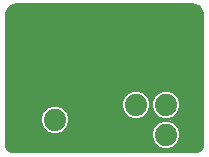
<source format=gbl>
G75*
%MOIN*%
%OFA0B0*%
%FSLAX25Y25*%
%IPPOS*%
%LPD*%
%AMOC8*
5,1,8,0,0,1.08239X$1,22.5*
%
%ADD10C,0.07400*%
%ADD11C,0.00600*%
D10*
X0034500Y0013800D03*
X0044500Y0013800D03*
X0071500Y0008800D03*
X0081500Y0008800D03*
X0081500Y0018800D03*
X0071500Y0018800D03*
D11*
X0028100Y0005532D02*
X0028151Y0005019D01*
X0028544Y0004070D01*
X0029270Y0003344D01*
X0030219Y0002951D01*
X0030732Y0002900D01*
X0091334Y0002900D01*
X0091820Y0002948D01*
X0092718Y0003320D01*
X0093405Y0004007D01*
X0093777Y0004905D01*
X0093825Y0005391D01*
X0093825Y0048807D01*
X0093760Y0049469D01*
X0093253Y0050692D01*
X0092317Y0051628D01*
X0091094Y0052135D01*
X0090432Y0052200D01*
X0031621Y0052200D01*
X0030934Y0052132D01*
X0029665Y0051607D01*
X0028693Y0050635D01*
X0028168Y0049366D01*
X0028100Y0048679D01*
X0028100Y0005532D01*
X0028104Y0005490D02*
X0078164Y0005490D01*
X0077565Y0006088D02*
X0028100Y0006088D01*
X0028100Y0006687D02*
X0077288Y0006687D01*
X0077516Y0006138D02*
X0078838Y0004816D01*
X0080565Y0004100D01*
X0082435Y0004100D01*
X0084162Y0004816D01*
X0085484Y0006138D01*
X0086200Y0007865D01*
X0086200Y0009735D01*
X0085484Y0011462D01*
X0084162Y0012784D01*
X0082435Y0013500D01*
X0080565Y0013500D01*
X0078838Y0012784D01*
X0077516Y0011462D01*
X0076800Y0009735D01*
X0076800Y0007865D01*
X0077516Y0006138D01*
X0077040Y0007285D02*
X0028100Y0007285D01*
X0028100Y0007884D02*
X0076800Y0007884D01*
X0076800Y0008482D02*
X0028100Y0008482D01*
X0028100Y0009081D02*
X0076800Y0009081D01*
X0076800Y0009679D02*
X0046833Y0009679D01*
X0047162Y0009816D02*
X0048484Y0011138D01*
X0049200Y0012865D01*
X0049200Y0014735D01*
X0048484Y0016462D01*
X0047162Y0017784D01*
X0045435Y0018500D01*
X0043565Y0018500D01*
X0041838Y0017784D01*
X0040516Y0016462D01*
X0039800Y0014735D01*
X0039800Y0012865D01*
X0040516Y0011138D01*
X0041838Y0009816D01*
X0043565Y0009100D01*
X0045435Y0009100D01*
X0047162Y0009816D01*
X0047624Y0010278D02*
X0077025Y0010278D01*
X0077273Y0010876D02*
X0048223Y0010876D01*
X0048624Y0011475D02*
X0077528Y0011475D01*
X0078126Y0012073D02*
X0048872Y0012073D01*
X0049120Y0012672D02*
X0078725Y0012672D01*
X0080010Y0013270D02*
X0049200Y0013270D01*
X0049200Y0013869D02*
X0093825Y0013869D01*
X0093825Y0014467D02*
X0083322Y0014467D01*
X0084162Y0014816D02*
X0085484Y0016138D01*
X0086200Y0017865D01*
X0086200Y0019735D01*
X0085484Y0021462D01*
X0084162Y0022784D01*
X0082435Y0023500D01*
X0080565Y0023500D01*
X0078838Y0022784D01*
X0077516Y0021462D01*
X0076800Y0019735D01*
X0076800Y0017865D01*
X0077516Y0016138D01*
X0078838Y0014816D01*
X0080565Y0014100D01*
X0082435Y0014100D01*
X0084162Y0014816D01*
X0084413Y0015066D02*
X0093825Y0015066D01*
X0093825Y0015664D02*
X0085011Y0015664D01*
X0085536Y0016263D02*
X0093825Y0016263D01*
X0093825Y0016861D02*
X0085784Y0016861D01*
X0086032Y0017460D02*
X0093825Y0017460D01*
X0093825Y0018058D02*
X0086200Y0018058D01*
X0086200Y0018657D02*
X0093825Y0018657D01*
X0093825Y0019255D02*
X0086200Y0019255D01*
X0086151Y0019854D02*
X0093825Y0019854D01*
X0093825Y0020452D02*
X0085903Y0020452D01*
X0085655Y0021051D02*
X0093825Y0021051D01*
X0093825Y0021649D02*
X0085297Y0021649D01*
X0084699Y0022248D02*
X0093825Y0022248D01*
X0093825Y0022846D02*
X0084013Y0022846D01*
X0082568Y0023445D02*
X0093825Y0023445D01*
X0093825Y0024043D02*
X0028100Y0024043D01*
X0028100Y0023445D02*
X0070432Y0023445D01*
X0070565Y0023500D02*
X0068838Y0022784D01*
X0067516Y0021462D01*
X0066800Y0019735D01*
X0066800Y0017865D01*
X0067516Y0016138D01*
X0068838Y0014816D01*
X0070565Y0014100D01*
X0072435Y0014100D01*
X0074162Y0014816D01*
X0075484Y0016138D01*
X0076200Y0017865D01*
X0076200Y0019735D01*
X0075484Y0021462D01*
X0074162Y0022784D01*
X0072435Y0023500D01*
X0070565Y0023500D01*
X0068987Y0022846D02*
X0028100Y0022846D01*
X0028100Y0022248D02*
X0068301Y0022248D01*
X0067703Y0021649D02*
X0028100Y0021649D01*
X0028100Y0021051D02*
X0067345Y0021051D01*
X0067097Y0020452D02*
X0028100Y0020452D01*
X0028100Y0019854D02*
X0066849Y0019854D01*
X0066800Y0019255D02*
X0028100Y0019255D01*
X0028100Y0018657D02*
X0066800Y0018657D01*
X0066800Y0018058D02*
X0046501Y0018058D01*
X0047487Y0017460D02*
X0066968Y0017460D01*
X0067216Y0016861D02*
X0048085Y0016861D01*
X0048567Y0016263D02*
X0067464Y0016263D01*
X0067989Y0015664D02*
X0048815Y0015664D01*
X0049063Y0015066D02*
X0068587Y0015066D01*
X0069678Y0014467D02*
X0049200Y0014467D01*
X0042499Y0018058D02*
X0028100Y0018058D01*
X0028100Y0017460D02*
X0041513Y0017460D01*
X0040914Y0016861D02*
X0028100Y0016861D01*
X0028100Y0016263D02*
X0040433Y0016263D01*
X0040185Y0015664D02*
X0028100Y0015664D01*
X0028100Y0015066D02*
X0039937Y0015066D01*
X0039800Y0014467D02*
X0028100Y0014467D01*
X0028100Y0013869D02*
X0039800Y0013869D01*
X0039800Y0013270D02*
X0028100Y0013270D01*
X0028100Y0012672D02*
X0039880Y0012672D01*
X0040128Y0012073D02*
X0028100Y0012073D01*
X0028100Y0011475D02*
X0040376Y0011475D01*
X0040777Y0010876D02*
X0028100Y0010876D01*
X0028100Y0010278D02*
X0041376Y0010278D01*
X0042167Y0009679D02*
X0028100Y0009679D01*
X0028203Y0004891D02*
X0078762Y0004891D01*
X0080100Y0004293D02*
X0028451Y0004293D01*
X0028919Y0003694D02*
X0093092Y0003694D01*
X0093524Y0004293D02*
X0082900Y0004293D01*
X0084238Y0004891D02*
X0093771Y0004891D01*
X0093825Y0005490D02*
X0084836Y0005490D01*
X0085435Y0006088D02*
X0093825Y0006088D01*
X0093825Y0006687D02*
X0085712Y0006687D01*
X0085960Y0007285D02*
X0093825Y0007285D01*
X0093825Y0007884D02*
X0086200Y0007884D01*
X0086200Y0008482D02*
X0093825Y0008482D01*
X0093825Y0009081D02*
X0086200Y0009081D01*
X0086200Y0009679D02*
X0093825Y0009679D01*
X0093825Y0010278D02*
X0085975Y0010278D01*
X0085727Y0010876D02*
X0093825Y0010876D01*
X0093825Y0011475D02*
X0085472Y0011475D01*
X0084874Y0012073D02*
X0093825Y0012073D01*
X0093825Y0012672D02*
X0084275Y0012672D01*
X0082990Y0013270D02*
X0093825Y0013270D01*
X0079678Y0014467D02*
X0073322Y0014467D01*
X0074413Y0015066D02*
X0078587Y0015066D01*
X0077989Y0015664D02*
X0075011Y0015664D01*
X0075536Y0016263D02*
X0077464Y0016263D01*
X0077216Y0016861D02*
X0075784Y0016861D01*
X0076032Y0017460D02*
X0076968Y0017460D01*
X0076800Y0018058D02*
X0076200Y0018058D01*
X0076200Y0018657D02*
X0076800Y0018657D01*
X0076800Y0019255D02*
X0076200Y0019255D01*
X0076151Y0019854D02*
X0076849Y0019854D01*
X0077097Y0020452D02*
X0075903Y0020452D01*
X0075655Y0021051D02*
X0077345Y0021051D01*
X0077703Y0021649D02*
X0075297Y0021649D01*
X0074699Y0022248D02*
X0078301Y0022248D01*
X0078987Y0022846D02*
X0074013Y0022846D01*
X0072568Y0023445D02*
X0080432Y0023445D01*
X0093825Y0024642D02*
X0028100Y0024642D01*
X0028100Y0025240D02*
X0093825Y0025240D01*
X0093825Y0025839D02*
X0028100Y0025839D01*
X0028100Y0026437D02*
X0093825Y0026437D01*
X0093825Y0027036D02*
X0028100Y0027036D01*
X0028100Y0027634D02*
X0093825Y0027634D01*
X0093825Y0028233D02*
X0028100Y0028233D01*
X0028100Y0028832D02*
X0093825Y0028832D01*
X0093825Y0029430D02*
X0028100Y0029430D01*
X0028100Y0030029D02*
X0093825Y0030029D01*
X0093825Y0030627D02*
X0028100Y0030627D01*
X0028100Y0031226D02*
X0093825Y0031226D01*
X0093825Y0031824D02*
X0028100Y0031824D01*
X0028100Y0032423D02*
X0093825Y0032423D01*
X0093825Y0033021D02*
X0028100Y0033021D01*
X0028100Y0033620D02*
X0093825Y0033620D01*
X0093825Y0034218D02*
X0028100Y0034218D01*
X0028100Y0034817D02*
X0093825Y0034817D01*
X0093825Y0035415D02*
X0028100Y0035415D01*
X0028100Y0036014D02*
X0093825Y0036014D01*
X0093825Y0036612D02*
X0028100Y0036612D01*
X0028100Y0037211D02*
X0093825Y0037211D01*
X0093825Y0037809D02*
X0028100Y0037809D01*
X0028100Y0038408D02*
X0093825Y0038408D01*
X0093825Y0039006D02*
X0028100Y0039006D01*
X0028100Y0039605D02*
X0093825Y0039605D01*
X0093825Y0040203D02*
X0028100Y0040203D01*
X0028100Y0040802D02*
X0093825Y0040802D01*
X0093825Y0041400D02*
X0028100Y0041400D01*
X0028100Y0041999D02*
X0093825Y0041999D01*
X0093825Y0042597D02*
X0028100Y0042597D01*
X0028100Y0043196D02*
X0093825Y0043196D01*
X0093825Y0043794D02*
X0028100Y0043794D01*
X0028100Y0044393D02*
X0093825Y0044393D01*
X0093825Y0044991D02*
X0028100Y0044991D01*
X0028100Y0045590D02*
X0093825Y0045590D01*
X0093825Y0046188D02*
X0028100Y0046188D01*
X0028100Y0046787D02*
X0093825Y0046787D01*
X0093825Y0047385D02*
X0028100Y0047385D01*
X0028100Y0047984D02*
X0093825Y0047984D01*
X0093825Y0048582D02*
X0028100Y0048582D01*
X0028149Y0049181D02*
X0093788Y0049181D01*
X0093631Y0049779D02*
X0028339Y0049779D01*
X0028587Y0050378D02*
X0093383Y0050378D01*
X0092969Y0050976D02*
X0029035Y0050976D01*
X0029633Y0051575D02*
X0092370Y0051575D01*
X0090702Y0052173D02*
X0031352Y0052173D01*
X0029869Y0003096D02*
X0092177Y0003096D01*
M02*

</source>
